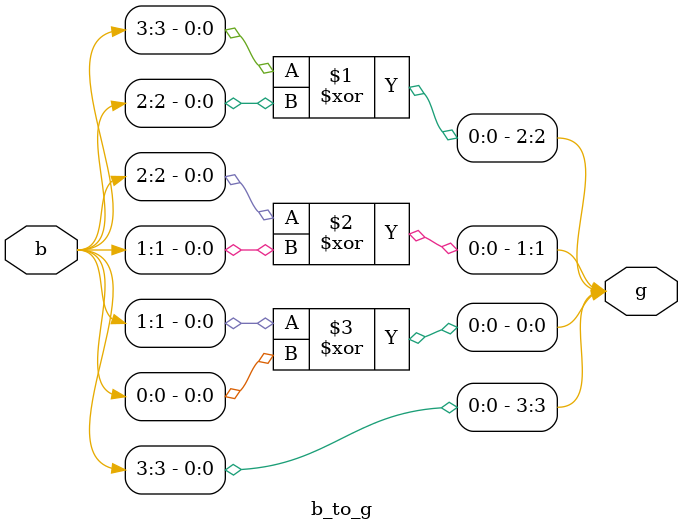
<source format=v>
module b_to_g(input [3:0]b, output [3:0] g);
assign g[3]=b[3];
assign g[2]=b[3]^b[2];
assign g[1]=b[2]^b[1];
assign g[0]=b[1]^b[0];
endmodule

</source>
